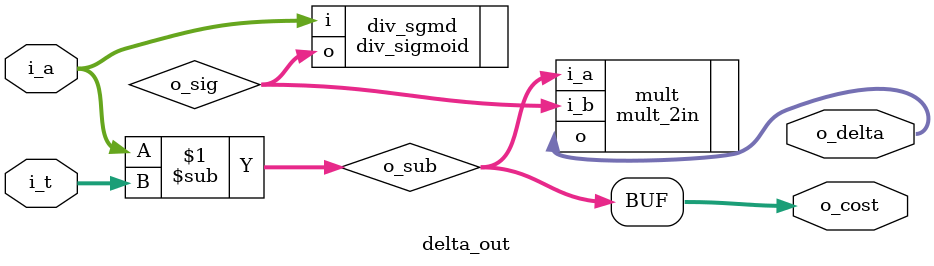
<source format=v>

module delta_out (i_a, i_t, o_delta, o_cost);

// parameters
parameter WIDTH = 32;
parameter FRAC = 24;

// input ports
input signed [WIDTH-1:0] i_a;
input signed [WIDTH-1:0] i_t;

// output ports
output signed [WIDTH-1:0] o_delta;
output signed [WIDTH-1:0] o_cost;

// wires
wire signed [WIDTH-1:0] o_sub;
wire signed [WIDTH-1:0] o_sig;

assign o_sub = i_a - i_t;
div_sigmoid #(.WIDTH(WIDTH)) div_sgmd (.i(i_a), .o(o_sig));
// Multiply (a-t) with sigmoid'(a)
mult_2in #(.WIDTH(WIDTH), .FRAC(FRAC)) mult (.i_a(o_sub), .i_b(o_sig), .o(o_delta));

assign o_cost = o_sub;

endmodule
</source>
